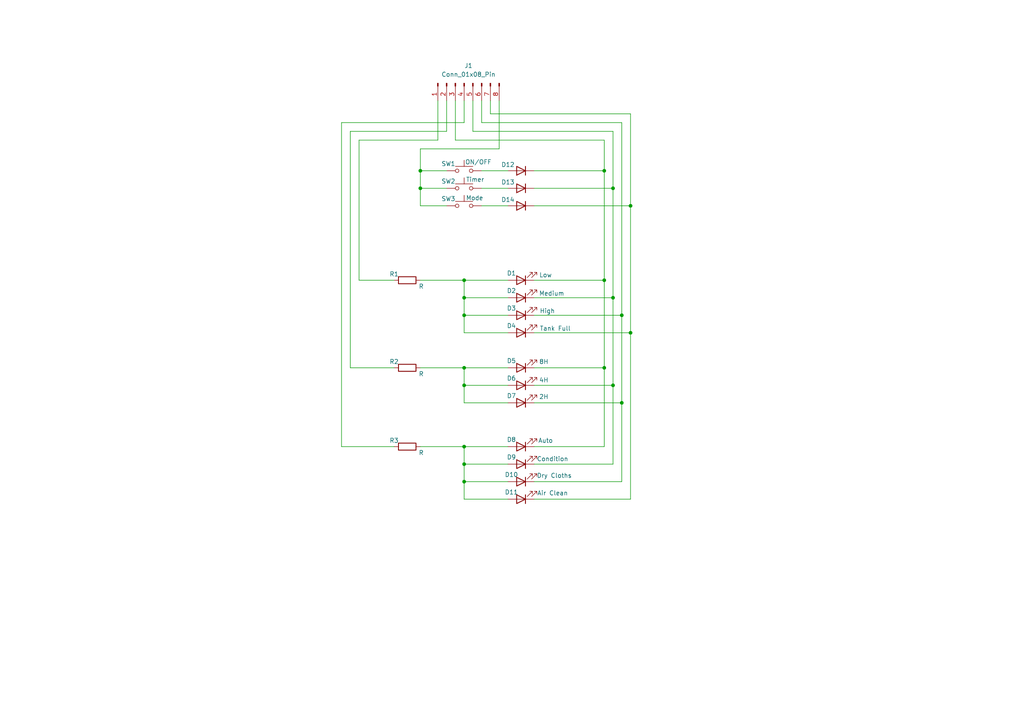
<source format=kicad_sch>
(kicad_sch (version 20250114) (generator "eeschema") (generator_version "9.0")
  (paper "A4")
  (lib_symbols
    (symbol "Connector:Conn_01x08_Pin" (pin_names (offset 1.016) (hide yes))
      (property "Reference" "J" (at 0 10.16 0))
      (property "Value" "Conn_01x08_Pin" (at 0 -12.7 0))
      (symbol "Conn_01x08_Pin_1_1"
        (rectangle (start 0.8636 7.747) (end 0 7.493) (stroke (width 0.1524)) (fill (type outline)))
        (rectangle (start 0.8636 5.207) (end 0 4.953) (stroke (width 0.1524)) (fill (type outline)))
        (rectangle (start 0.8636 2.667) (end 0 2.413) (stroke (width 0.1524)) (fill (type outline)))
        (rectangle (start 0.8636 0.127) (end 0 -0.127) (stroke (width 0.1524)) (fill (type outline)))
        (rectangle (start 0.8636 -2.413) (end 0 -2.667) (stroke (width 0.1524)) (fill (type outline)))
        (rectangle (start 0.8636 -4.953) (end 0 -5.207) (stroke (width 0.1524)) (fill (type outline)))
        (rectangle (start 0.8636 -7.493) (end 0 -7.747) (stroke (width 0.1524)) (fill (type outline)))
        (rectangle (start 0.8636 -10.033) (end 0 -10.287) (stroke (width 0.1524)) (fill (type outline)))
        (polyline (pts (xy 1.27 7.62) (xy 0.8636 7.62)) (stroke (width 0.1524)))
        (polyline (pts (xy 1.27 5.08) (xy 0.8636 5.08)) (stroke (width 0.1524)))
        (polyline (pts (xy 1.27 2.54) (xy 0.8636 2.54)) (stroke (width 0.1524)))
        (polyline (pts (xy 1.27 0) (xy 0.8636 0)) (stroke (width 0.1524)))
        (polyline (pts (xy 1.27 -2.54) (xy 0.8636 -2.54)) (stroke (width 0.1524)))
        (polyline (pts (xy 1.27 -5.08) (xy 0.8636 -5.08)) (stroke (width 0.1524)))
        (polyline (pts (xy 1.27 -7.62) (xy 0.8636 -7.62)) (stroke (width 0.1524)))
        (polyline (pts (xy 1.27 -10.16) (xy 0.8636 -10.16)) (stroke (width 0.1524)))
        (pin passive line (at 5.08 7.62 180) (length 3.81) (name "Pin_1") (number "1"))
        (pin passive line (at 5.08 5.08 180) (length 3.81) (name "Pin_2") (number "2"))
        (pin passive line (at 5.08 2.54 180) (length 3.81) (name "Pin_3") (number "3"))
        (pin passive line (at 5.08 0 180) (length 3.81) (name "Pin_4") (number "4"))
        (pin passive line (at 5.08 -2.54 180) (length 3.81) (name "Pin_5") (number "5"))
        (pin passive line (at 5.08 -5.08 180) (length 3.81) (name "Pin_6") (number "6"))
        (pin passive line (at 5.08 -7.62 180) (length 3.81) (name "Pin_7") (number "7"))
        (pin passive line (at 5.08 -10.16 180) (length 3.81) (name "Pin_8") (number "8"))
      )
    )
    (symbol "Device:LED" (pin_numbers (hide yes)) (pin_names (offset 1.016) (hide yes))
      (property "Reference" "D" (at 0 2.54 0))
      (property "Value" "LED" (at 0 -2.54 0))
      (symbol "LED_0_1"
        (polyline (pts (xy -3.048 -0.762) (xy -4.572 -2.286) (xy -3.81 -2.286) (xy -4.572 -2.286) (xy -4.572 -1.524)))
        (polyline (pts (xy -1.778 -0.762) (xy -3.302 -2.286) (xy -2.54 -2.286) (xy -3.302 -2.286) (xy -3.302 -1.524)))
        (polyline (pts (xy -1.27 0) (xy 1.27 0)))
        (polyline (pts (xy -1.27 -1.27) (xy -1.27 1.27)) (stroke (width 0.254)))
        (polyline (pts (xy 1.27 -1.27) (xy 1.27 1.27) (xy -1.27 0) (xy 1.27 -1.27)) (stroke (width 0.254)))
      )
      (symbol "LED_1_1"
        (pin passive line (at -3.81 0 0) (length 2.54) (name "K") (number "1"))
        (pin passive line (at 3.81 0 180) (length 2.54) (name "A") (number "2"))
      )
    )
    (symbol "Device:R" (pin_numbers (hide yes)) (pin_names (offset 0))
      (property "Reference" "R" (at 2.032 0 90))
      (property "Value" "R" (at 0 0 90))
      (symbol "R_0_1"
        (rectangle (start -1.016 -2.54) (end 1.016 2.54) (stroke (width 0.254)))
      )
      (symbol "R_1_1"
        (pin passive line (at 0 3.81 270) (length 1.27) (name "~") (number "1"))
        (pin passive line (at 0 -3.81 90) (length 1.27) (name "~") (number "2"))
      )
    )
    (symbol "Diode:1N4148WT" (pin_numbers (hide yes)) (pin_names (hide yes))
      (property "Reference" "D" (at 0 2.54 0))
      (property "Value" "1N4148WT" (at 0 -2.54 0))
      (symbol "1N4148WT_0_1"
        (polyline (pts (xy -1.27 1.27) (xy -1.27 -1.27)) (stroke (width 0.254)))
        (polyline (pts (xy 1.27 1.27) (xy 1.27 -1.27) (xy -1.27 0) (xy 1.27 1.27)) (stroke (width 0.254)))
        (polyline (pts (xy 1.27 0) (xy -1.27 0)))
      )
      (symbol "1N4148WT_1_1"
        (pin passive line (at -3.81 0 0) (length 2.54) (name "K") (number "1"))
        (pin passive line (at 3.81 0 180) (length 2.54) (name "A") (number "2"))
      )
    )
    (symbol "Switch:SW_Push" (pin_numbers (hide yes)) (pin_names (offset 1.016) (hide yes))
      (property "Reference" "SW" (at 1.27 2.54 0))
      (property "Value" "SW_Push" (at 0 -1.524 0))
      (symbol "SW_Push_0_1"
        (circle (center -2.032 0) (radius 0.508))
        (polyline (pts (xy 0 1.27) (xy 0 3.048)))
        (circle (center 2.032 0) (radius 0.508))
        (polyline (pts (xy 2.54 1.27) (xy -2.54 1.27)))
        (pin passive line (at -5.08 0 0) (length 2.54) (name "1") (number "1"))
        (pin passive line (at 5.08 0 180) (length 2.54) (name "2") (number "2"))
      )
    )
  )
  (junction (at 180.34 91.44))
  (junction (at 134.62 86.36))
  (junction (at 134.62 129.54))
  (junction (at 175.26 106.68))
  (junction (at 177.8 54.61))
  (junction (at 134.62 111.76))
  (junction (at 134.62 134.62))
  (junction (at 175.26 81.28))
  (junction (at 134.62 91.44))
  (junction (at 121.92 49.53))
  (junction (at 177.8 111.76))
  (junction (at 182.88 59.69))
  (junction (at 177.8 86.36))
  (junction (at 182.88 96.52))
  (junction (at 180.34 116.84))
  (junction (at 134.62 139.7))
  (junction (at 134.62 81.28))
  (junction (at 175.26 49.53))
  (junction (at 121.92 54.61))
  (junction (at 134.62 106.68))
  (wire (pts (xy 180.34 91.44) (xy 180.34 116.84)))
  (wire (pts (xy 134.62 139.7) (xy 134.62 134.62)))
  (wire (pts (xy 147.32 144.78) (xy 134.62 144.78)))
  (wire (pts (xy 175.26 40.64) (xy 175.26 49.53)))
  (wire (pts (xy 154.94 116.84) (xy 180.34 116.84)))
  (wire (pts (xy 144.78 29.21) (xy 144.78 43.18)))
  (wire (pts (xy 182.88 144.78) (xy 154.94 144.78)))
  (wire (pts (xy 139.7 29.21) (xy 139.7 35.56)))
  (wire (pts (xy 142.24 33.02) (xy 182.88 33.02)))
  (wire (pts (xy 129.54 54.61) (xy 121.92 54.61)))
  (wire (pts (xy 177.8 54.61) (xy 177.8 86.36)))
  (wire (pts (xy 121.92 59.69) (xy 121.92 54.61)))
  (wire (pts (xy 154.94 81.28) (xy 175.26 81.28)))
  (wire (pts (xy 177.8 38.1) (xy 177.8 54.61)))
  (wire (pts (xy 129.54 59.69) (xy 121.92 59.69)))
  (wire (pts (xy 154.94 86.36) (xy 177.8 86.36)))
  (wire (pts (xy 147.32 134.62) (xy 134.62 134.62)))
  (wire (pts (xy 180.34 116.84) (xy 180.34 139.7)))
  (wire (pts (xy 121.92 81.28) (xy 134.62 81.28)))
  (wire (pts (xy 134.62 96.52) (xy 134.62 91.44)))
  (wire (pts (xy 175.26 49.53) (xy 175.26 81.28)))
  (wire (pts (xy 147.32 91.44) (xy 134.62 91.44)))
  (wire (pts (xy 134.62 106.68) (xy 147.32 106.68)))
  (wire (pts (xy 129.54 38.1) (xy 101.6 38.1)))
  (wire (pts (xy 132.08 29.21) (xy 132.08 40.64)))
  (wire (pts (xy 101.6 106.68) (xy 114.3 106.68)))
  (wire (pts (xy 121.92 49.53) (xy 129.54 49.53)))
  (wire (pts (xy 134.62 86.36) (xy 134.62 81.28)))
  (wire (pts (xy 121.92 54.61) (xy 121.92 49.53)))
  (wire (pts (xy 139.7 54.61) (xy 147.32 54.61)))
  (wire (pts (xy 134.62 116.84) (xy 134.62 111.76)))
  (wire (pts (xy 134.62 91.44) (xy 134.62 86.36)))
  (wire (pts (xy 134.62 35.56) (xy 99.06 35.56)))
  (wire (pts (xy 101.6 38.1) (xy 101.6 106.68)))
  (wire (pts (xy 137.16 38.1) (xy 177.8 38.1)))
  (wire (pts (xy 180.34 35.56) (xy 180.34 91.44)))
  (wire (pts (xy 137.16 29.21) (xy 137.16 38.1)))
  (wire (pts (xy 144.78 43.18) (xy 121.92 43.18)))
  (wire (pts (xy 182.88 96.52) (xy 182.88 144.78)))
  (wire (pts (xy 129.54 29.21) (xy 129.54 38.1)))
  (wire (pts (xy 147.32 139.7) (xy 134.62 139.7)))
  (wire (pts (xy 175.26 129.54) (xy 154.94 129.54)))
  (wire (pts (xy 104.14 40.64) (xy 104.14 81.28)))
  (wire (pts (xy 147.32 116.84) (xy 134.62 116.84)))
  (wire (pts (xy 175.26 106.68) (xy 175.26 129.54)))
  (wire (pts (xy 147.32 111.76) (xy 134.62 111.76)))
  (wire (pts (xy 175.26 81.28) (xy 175.26 106.68)))
  (wire (pts (xy 182.88 33.02) (xy 182.88 59.69)))
  (wire (pts (xy 121.92 43.18) (xy 121.92 49.53)))
  (wire (pts (xy 134.62 129.54) (xy 121.92 129.54)))
  (wire (pts (xy 154.94 54.61) (xy 177.8 54.61)))
  (wire (pts (xy 139.7 35.56) (xy 180.34 35.56)))
  (wire (pts (xy 147.32 96.52) (xy 134.62 96.52)))
  (wire (pts (xy 147.32 129.54) (xy 134.62 129.54)))
  (wire (pts (xy 177.8 134.62) (xy 154.94 134.62)))
  (wire (pts (xy 180.34 139.7) (xy 154.94 139.7)))
  (wire (pts (xy 177.8 111.76) (xy 177.8 134.62)))
  (wire (pts (xy 142.24 29.21) (xy 142.24 33.02)))
  (wire (pts (xy 139.7 49.53) (xy 147.32 49.53)))
  (wire (pts (xy 134.62 134.62) (xy 134.62 129.54)))
  (wire (pts (xy 134.62 29.21) (xy 134.62 35.56)))
  (wire (pts (xy 134.62 111.76) (xy 134.62 106.68)))
  (wire (pts (xy 154.94 59.69) (xy 182.88 59.69)))
  (wire (pts (xy 134.62 81.28) (xy 147.32 81.28)))
  (wire (pts (xy 99.06 129.54) (xy 114.3 129.54)))
  (wire (pts (xy 121.92 106.68) (xy 134.62 106.68)))
  (wire (pts (xy 154.94 111.76) (xy 177.8 111.76)))
  (wire (pts (xy 154.94 91.44) (xy 180.34 91.44)))
  (wire (pts (xy 104.14 81.28) (xy 114.3 81.28)))
  (wire (pts (xy 154.94 106.68) (xy 175.26 106.68)))
  (wire (pts (xy 132.08 40.64) (xy 175.26 40.64)))
  (wire (pts (xy 177.8 86.36) (xy 177.8 111.76)))
  (wire (pts (xy 139.7 59.69) (xy 147.32 59.69)))
  (wire (pts (xy 147.32 86.36) (xy 134.62 86.36)))
  (wire (pts (xy 154.94 49.53) (xy 175.26 49.53)))
  (wire (pts (xy 154.94 96.52) (xy 182.88 96.52)))
  (wire (pts (xy 182.88 59.69) (xy 182.88 96.52)))
  (wire (pts (xy 134.62 144.78) (xy 134.62 139.7)))
  (wire (pts (xy 99.06 35.56) (xy 99.06 129.54)))
  (wire (pts (xy 127 29.21) (xy 127 40.64)))
  (wire (pts (xy 127 40.64) (xy 104.14 40.64)))
  (symbol (lib_id "Device:LED") (at 151.13 139.7 180) (unit 1)
    (property "Reference" "D10" (at 148.336 137.668 0))
    (property "Value" "Dry Cloths" (at 160.782 137.922 0))
    (property "Description" "Light emitting diode" (effects (hide yes)))
    (property "Sim.Pins" "1=K 2=A" (effects (hide yes)))
  )
  (symbol (lib_id "Device:LED") (at 151.13 96.52 180) (unit 1)
    (property "Reference" "D4" (at 148.336 94.488 0))
    (property "Value" "Tank Full" (at 161.036 95.25 0))
    (property "Description" "Light emitting diode" (effects (hide yes)))
    (property "Sim.Pins" "1=K 2=A" (effects (hide yes)))
  )
  (symbol (lib_id "Switch:SW_Push") (at 134.62 59.69 0) (unit 1)
    (property "Reference" "SW3" (at 130.048 57.658 0))
    (property "Value" "Mode" (at 135.128 57.404 0) (effects (justify left)))
    (property "Description" "Push button switch, generic, two pins" (effects (hide yes)))
  )
  (symbol (lib_id "Device:LED") (at 151.13 129.54 180) (unit 1)
    (property "Reference" "D8" (at 148.336 127.508 0))
    (property "Value" "Auto" (at 158.242 127.762 0))
    (property "Description" "Light emitting diode" (effects (hide yes)))
    (property "Sim.Pins" "1=K 2=A" (effects (hide yes)))
  )
  (symbol (lib_id "Device:LED") (at 151.13 86.36 180) (unit 1)
    (property "Reference" "D2" (at 148.336 84.328 0))
    (property "Value" "Medium" (at 160.02 85.09 0))
    (property "Description" "Light emitting diode" (effects (hide yes)))
    (property "Sim.Pins" "1=K 2=A" (effects (hide yes)))
  )
  (symbol (lib_id "Diode:1N4148WT") (at 151.13 59.69 180) (unit 1)
    (property "Reference" "D14" (at 147.32 57.912 0))
    (property "Value" "1N4148WT" (effects (hide yes)))
    (property "Footprint" "Diode_SMD:D_SOD-523" (effects (hide yes)))
    (property "Datasheet" "https://www.diodes.com/assets/Datasheets/ds30396.pdf" (effects (hide yes)))
    (property "Description" "75V 0.15A Fast switching Diode, SOD-523" (effects (hide yes)))
    (property "Sim.Device" "D" (effects (hide yes)))
    (property "Sim.Pins" "1=K 2=A" (effects (hide yes)))
  )
  (symbol (lib_id "Device:LED") (at 151.13 91.44 180) (unit 1)
    (property "Reference" "D3" (at 148.336 89.408 0))
    (property "Value" "High" (at 158.75 90.17 0))
    (property "Description" "Light emitting diode" (effects (hide yes)))
    (property "Sim.Pins" "1=K 2=A" (effects (hide yes)))
  )
  (symbol (lib_id "Device:LED") (at 151.13 116.84 180) (unit 1)
    (property "Reference" "D7" (at 148.336 114.808 0))
    (property "Value" "2H" (at 157.734 115.062 0))
    (property "Description" "Light emitting diode" (effects (hide yes)))
    (property "Sim.Pins" "1=K 2=A" (effects (hide yes)))
  )
  (symbol (lib_id "Device:LED") (at 151.13 111.76 180) (unit 1)
    (property "Reference" "D6" (at 148.336 109.728 0))
    (property "Value" "4H" (at 157.734 110.236 0))
    (property "Description" "Light emitting diode" (effects (hide yes)))
    (property "Sim.Pins" "1=K 2=A" (effects (hide yes)))
  )
  (symbol (lib_id "Device:LED") (at 151.13 106.68 180) (unit 1)
    (property "Reference" "D5" (at 148.336 104.648 0))
    (property "Value" "8H" (at 157.734 104.902 0))
    (property "Description" "Light emitting diode" (effects (hide yes)))
    (property "Sim.Pins" "1=K 2=A" (effects (hide yes)))
  )
  (symbol (lib_id "Device:R") (at 118.11 106.68 90) (unit 1)
    (property "Reference" "R2" (at 114.3 104.902 90))
    (property "Value" "R" (at 122.174 108.458 90))
    (property "Description" "Resistor" (effects (hide yes)))
  )
  (symbol (lib_id "Switch:SW_Push") (at 134.62 54.61 0) (unit 1)
    (property "Reference" "SW2" (at 130.048 52.578 0))
    (property "Value" "Timer" (at 135.128 52.07 0) (effects (justify left)))
    (property "Description" "Push button switch, generic, two pins" (effects (hide yes)))
  )
  (symbol (lib_id "Switch:SW_Push") (at 134.62 49.53 0) (unit 1)
    (property "Reference" "SW1" (at 130.048 47.498 0))
    (property "Value" "ON/OFF" (at 134.874 46.99 0) (effects (justify left)))
    (property "Description" "Push button switch, generic, two pins" (effects (hide yes)))
  )
  (symbol (lib_id "Device:R") (at 118.11 81.28 90) (unit 1)
    (property "Reference" "R1" (at 114.3 79.502 90))
    (property "Value" "R" (at 122.174 83.058 90))
    (property "Description" "Resistor" (effects (hide yes)))
  )
  (symbol (lib_id "Device:LED") (at 151.13 144.78 180) (unit 1)
    (property "Reference" "D11" (at 148.336 142.748 0))
    (property "Value" "Air Clean" (at 160.274 143.002 0))
    (property "Description" "Light emitting diode" (effects (hide yes)))
    (property "Sim.Pins" "1=K 2=A" (effects (hide yes)))
  )
  (symbol (lib_id "Connector:Conn_01x08_Pin") (at 134.62 24.13 90) (mirror x) (unit 1)
    (property "Reference" "J1" (at 135.89 19.05 90))
    (property "Value" "Conn_01x08_Pin" (at 135.89 21.59 90))
    (property "Description" "Generic connector, single row, 01x08, script generated" (effects (hide yes)))
  )
  (symbol (lib_id "Device:LED") (at 151.13 81.28 180) (unit 1)
    (property "Reference" "D1" (at 148.336 79.248 0))
    (property "Value" "Low" (at 158.242 79.756 0))
    (property "Description" "Light emitting diode" (effects (hide yes)))
    (property "Sim.Pins" "1=K 2=A" (effects (hide yes)))
  )
  (symbol (lib_id "Diode:1N4148WT") (at 151.13 54.61 180) (unit 1)
    (property "Reference" "D13" (at 147.32 52.832 0))
    (property "Value" "1N4148WT" (effects (hide yes)))
    (property "Footprint" "Diode_SMD:D_SOD-523" (effects (hide yes)))
    (property "Datasheet" "https://www.diodes.com/assets/Datasheets/ds30396.pdf" (effects (hide yes)))
    (property "Description" "75V 0.15A Fast switching Diode, SOD-523" (effects (hide yes)))
    (property "Sim.Device" "D" (effects (hide yes)))
    (property "Sim.Pins" "1=K 2=A" (effects (hide yes)))
  )
  (symbol (lib_id "Device:LED") (at 151.13 134.62 180) (unit 1)
    (property "Reference" "D9" (at 148.336 132.588 0))
    (property "Value" "Condition" (at 160.274 133.096 0))
    (property "Description" "Light emitting diode" (effects (hide yes)))
    (property "Sim.Pins" "1=K 2=A" (effects (hide yes)))
  )
  (symbol (lib_id "Device:R") (at 118.11 129.54 90) (unit 1)
    (property "Reference" "R3" (at 114.3 127.762 90))
    (property "Value" "R" (at 122.174 131.318 90))
    (property "Description" "Resistor" (effects (hide yes)))
  )
  (symbol (lib_id "Diode:1N4148WT") (at 151.13 49.53 180) (unit 1)
    (property "Reference" "D12" (at 147.32 47.752 0))
    (property "Value" "1N4148WT" (effects (hide yes)))
    (property "Footprint" "Diode_SMD:D_SOD-523" (effects (hide yes)))
    (property "Datasheet" "https://www.diodes.com/assets/Datasheets/ds30396.pdf" (effects (hide yes)))
    (property "Description" "75V 0.15A Fast switching Diode, SOD-523" (effects (hide yes)))
    (property "Sim.Device" "D" (effects (hide yes)))
    (property "Sim.Pins" "1=K 2=A" (effects (hide yes)))
  )
)
</source>
